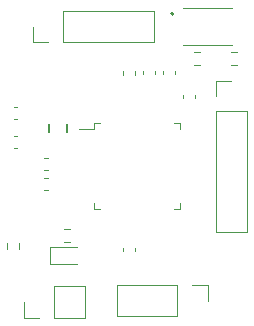
<source format=gbr>
%TF.GenerationSoftware,KiCad,Pcbnew,(6.0.5)*%
%TF.CreationDate,2022-07-28T20:15:56-06:00*%
%TF.ProjectId,sensor_board,73656e73-6f72-45f6-926f-6172642e6b69,rev?*%
%TF.SameCoordinates,Original*%
%TF.FileFunction,Legend,Top*%
%TF.FilePolarity,Positive*%
%FSLAX46Y46*%
G04 Gerber Fmt 4.6, Leading zero omitted, Abs format (unit mm)*
G04 Created by KiCad (PCBNEW (6.0.5)) date 2022-07-28 20:15:56*
%MOMM*%
%LPD*%
G01*
G04 APERTURE LIST*
%ADD10C,0.120000*%
%ADD11C,0.100000*%
%ADD12C,0.200000*%
%ADD13C,0.127000*%
G04 APERTURE END LIST*
D10*
%TO.C,J1*%
X132530000Y-117570000D02*
X132530000Y-120230000D01*
X132530000Y-120230000D02*
X127390000Y-120230000D01*
X127390000Y-117570000D02*
X127390000Y-120230000D01*
X135130000Y-117570000D02*
X135130000Y-118900000D01*
X132530000Y-117570000D02*
X127390000Y-117570000D01*
X133800000Y-117570000D02*
X135130000Y-117570000D01*
%TO.C,J4*%
X135770000Y-101605000D02*
X135770000Y-100275000D01*
X138430000Y-102875000D02*
X138430000Y-113095000D01*
X135770000Y-113095000D02*
X138430000Y-113095000D01*
X135770000Y-100275000D02*
X137100000Y-100275000D01*
X135770000Y-102875000D02*
X138430000Y-102875000D01*
X135770000Y-102875000D02*
X135770000Y-113095000D01*
%TO.C,C1*%
X118659420Y-102490000D02*
X118940580Y-102490000D01*
X118659420Y-103510000D02*
X118940580Y-103510000D01*
%TO.C,C2*%
X118659420Y-106010000D02*
X118940580Y-106010000D01*
X118659420Y-104990000D02*
X118940580Y-104990000D01*
%TO.C,C3*%
X132310000Y-99740580D02*
X132310000Y-99459420D01*
X131290000Y-99740580D02*
X131290000Y-99459420D01*
%TO.C,R3*%
X122962742Y-113922500D02*
X123437258Y-113922500D01*
X122962742Y-112877500D02*
X123437258Y-112877500D01*
%TO.C,J3*%
X122880000Y-94370000D02*
X130560000Y-94370000D01*
X120280000Y-97030000D02*
X120280000Y-95700000D01*
X130560000Y-97030000D02*
X130560000Y-94370000D01*
X121610000Y-97030000D02*
X120280000Y-97030000D01*
X122880000Y-97030000D02*
X130560000Y-97030000D01*
X122880000Y-97030000D02*
X122880000Y-94370000D01*
%TO.C,C8*%
X121540580Y-109510000D02*
X121259420Y-109510000D01*
X121540580Y-108490000D02*
X121259420Y-108490000D01*
%TO.C,C7*%
X127890000Y-114459420D02*
X127890000Y-114740580D01*
X128910000Y-114459420D02*
X128910000Y-114740580D01*
%TO.C,R1*%
X137537258Y-98922500D02*
X137062742Y-98922500D01*
X137537258Y-97877500D02*
X137062742Y-97877500D01*
%TO.C,R4*%
X119122500Y-114537258D02*
X119122500Y-114062742D01*
X118077500Y-114537258D02*
X118077500Y-114062742D01*
%TO.C,J2*%
X122095000Y-120330000D02*
X122095000Y-117670000D01*
X122095000Y-117670000D02*
X124695000Y-117670000D01*
X119495000Y-120330000D02*
X119495000Y-119000000D01*
X124695000Y-120330000D02*
X124695000Y-117670000D01*
X120825000Y-120330000D02*
X119495000Y-120330000D01*
X122095000Y-120330000D02*
X124695000Y-120330000D01*
%TO.C,C4*%
X128910000Y-99484420D02*
X128910000Y-99765580D01*
X127890000Y-99484420D02*
X127890000Y-99765580D01*
%TO.C,R2*%
X134437258Y-97877500D02*
X133962742Y-97877500D01*
X134437258Y-98922500D02*
X133962742Y-98922500D01*
%TO.C,D1*%
X121727500Y-114365000D02*
X121727500Y-115835000D01*
X121727500Y-115835000D02*
X124012500Y-115835000D01*
X124012500Y-114365000D02*
X121727500Y-114365000D01*
%TO.C,C5*%
X130610000Y-99459420D02*
X130610000Y-99740580D01*
X129590000Y-99459420D02*
X129590000Y-99740580D01*
%TO.C,C9*%
X121540580Y-106790000D02*
X121259420Y-106790000D01*
X121540580Y-107810000D02*
X121259420Y-107810000D01*
D11*
%TO.C,SW1*%
X133000000Y-97300000D02*
X137175000Y-97300000D01*
X133000000Y-94100000D02*
X137175000Y-94100000D01*
D12*
X132100000Y-94500000D02*
G75*
G03*
X132100000Y-94700000I0J-100000D01*
G01*
X132100000Y-94700000D02*
G75*
G03*
X132100000Y-94500000I0J100000D01*
G01*
D13*
%TO.C,Y1*%
X121650000Y-103950000D02*
X121650000Y-104650000D01*
X123150000Y-103950000D02*
X123150000Y-104650000D01*
D10*
%TO.C,U1*%
X125940000Y-111110000D02*
X125490000Y-111110000D01*
X125940000Y-103890000D02*
X125490000Y-103890000D01*
X125490000Y-111110000D02*
X125490000Y-110660000D01*
X132260000Y-103890000D02*
X132710000Y-103890000D01*
X132710000Y-111110000D02*
X132710000Y-110660000D01*
X125490000Y-103890000D02*
X125490000Y-104340000D01*
X132260000Y-111110000D02*
X132710000Y-111110000D01*
X125490000Y-104340000D02*
X124200000Y-104340000D01*
X132710000Y-103890000D02*
X132710000Y-104340000D01*
%TO.C,C6*%
X134010000Y-101740580D02*
X134010000Y-101459420D01*
X132990000Y-101740580D02*
X132990000Y-101459420D01*
%TD*%
M02*

</source>
